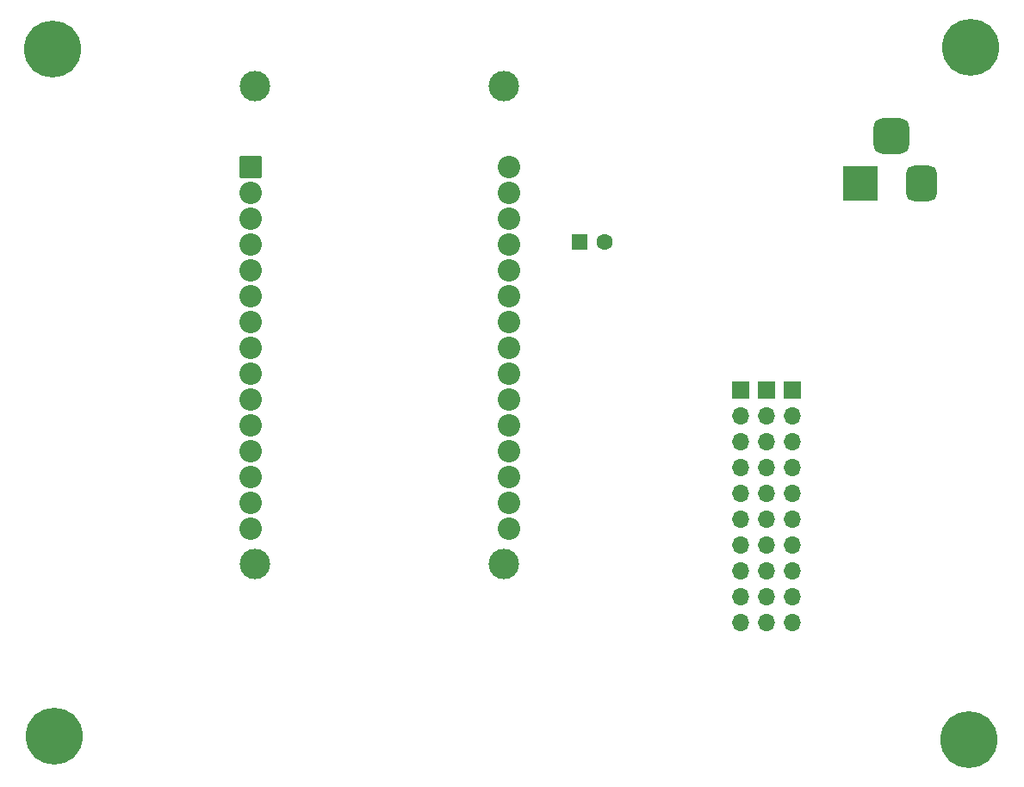
<source format=gbr>
%TF.GenerationSoftware,KiCad,Pcbnew,7.0.8*%
%TF.CreationDate,2023-11-09T16:50:50-05:00*%
%TF.ProjectId,proyecto final,70726f79-6563-4746-9f20-66696e616c2e,1.0*%
%TF.SameCoordinates,Original*%
%TF.FileFunction,Soldermask,Bot*%
%TF.FilePolarity,Negative*%
%FSLAX46Y46*%
G04 Gerber Fmt 4.6, Leading zero omitted, Abs format (unit mm)*
G04 Created by KiCad (PCBNEW 7.0.8) date 2023-11-09 16:50:50*
%MOMM*%
%LPD*%
G01*
G04 APERTURE LIST*
G04 Aperture macros list*
%AMRoundRect*
0 Rectangle with rounded corners*
0 $1 Rounding radius*
0 $2 $3 $4 $5 $6 $7 $8 $9 X,Y pos of 4 corners*
0 Add a 4 corners polygon primitive as box body*
4,1,4,$2,$3,$4,$5,$6,$7,$8,$9,$2,$3,0*
0 Add four circle primitives for the rounded corners*
1,1,$1+$1,$2,$3*
1,1,$1+$1,$4,$5*
1,1,$1+$1,$6,$7*
1,1,$1+$1,$8,$9*
0 Add four rect primitives between the rounded corners*
20,1,$1+$1,$2,$3,$4,$5,0*
20,1,$1+$1,$4,$5,$6,$7,0*
20,1,$1+$1,$6,$7,$8,$9,0*
20,1,$1+$1,$8,$9,$2,$3,0*%
G04 Aperture macros list end*
%ADD10R,1.600000X1.600000*%
%ADD11C,1.600000*%
%ADD12C,5.600000*%
%ADD13O,1.700000X1.700000*%
%ADD14R,1.700000X1.700000*%
%ADD15C,3.000000*%
%ADD16RoundRect,0.102000X-1.000000X-1.000000X1.000000X-1.000000X1.000000X1.000000X-1.000000X1.000000X0*%
%ADD17C,2.204000*%
%ADD18R,3.500000X3.500000*%
%ADD19RoundRect,0.750000X0.750000X1.000000X-0.750000X1.000000X-0.750000X-1.000000X0.750000X-1.000000X0*%
%ADD20RoundRect,0.875000X0.875000X0.875000X-0.875000X0.875000X-0.875000X-0.875000X0.875000X-0.875000X0*%
G04 APERTURE END LIST*
D10*
%TO.C,C1*%
X165065000Y-51125000D03*
D11*
X167565000Y-51125000D03*
%TD*%
D12*
%TO.C,REF\u002A\u002A*%
X113300000Y-32200000D03*
%TD*%
D13*
%TO.C,Servos*%
X180940000Y-88590000D03*
X180940000Y-86050000D03*
X180940000Y-83510000D03*
X180940000Y-80970000D03*
X180940000Y-78430000D03*
X180940000Y-75890000D03*
X180940000Y-73350000D03*
X180940000Y-70810000D03*
X180940000Y-68270000D03*
D14*
X180940000Y-65730000D03*
%TD*%
D13*
%TO.C,Energ\u00EDa*%
X183480000Y-88590000D03*
X183480000Y-86050000D03*
X183480000Y-83510000D03*
X183480000Y-80970000D03*
X183480000Y-78430000D03*
X183480000Y-75890000D03*
X183480000Y-73350000D03*
X183480000Y-70810000D03*
X183480000Y-68270000D03*
D14*
X183480000Y-65730000D03*
%TD*%
D12*
%TO.C,*%
X113450000Y-99750000D03*
%TD*%
D15*
%TO.C,ESP32 WROOM 32*%
X133160000Y-35855000D03*
X133160000Y-82805000D03*
X157670000Y-35855000D03*
X157670000Y-82805000D03*
D16*
X132740000Y-43815000D03*
D17*
X132740000Y-46355000D03*
X132740000Y-48895000D03*
X132740000Y-51435000D03*
X132740000Y-53975000D03*
X132740000Y-56515000D03*
X132740000Y-59055000D03*
X132740000Y-61595000D03*
X132740000Y-64135000D03*
X132740000Y-66675000D03*
X132740000Y-69215000D03*
X132740000Y-71755000D03*
X132740000Y-74295000D03*
X132740000Y-76835000D03*
X132740000Y-79375000D03*
X158140000Y-79375000D03*
X158140000Y-76835000D03*
X158140000Y-74295000D03*
X158140000Y-71755000D03*
X158140000Y-69215000D03*
X158140000Y-66675000D03*
X158140000Y-64135000D03*
X158140000Y-61595000D03*
X158140000Y-59055000D03*
X158140000Y-56515000D03*
X158140000Y-53975000D03*
X158140000Y-51435000D03*
X158140000Y-48895000D03*
X158140000Y-46355000D03*
X158140000Y-43815000D03*
%TD*%
D18*
%TO.C,jack1*%
X192720000Y-45410000D03*
D19*
X198720000Y-45410000D03*
D20*
X195720000Y-40710000D03*
%TD*%
D13*
%TO.C,Tierra*%
X186020000Y-88590000D03*
X186020000Y-86050000D03*
X186020000Y-83510000D03*
X186020000Y-80970000D03*
X186020000Y-78430000D03*
X186020000Y-75890000D03*
X186020000Y-73350000D03*
X186020000Y-70810000D03*
X186020000Y-68270000D03*
D14*
X186020000Y-65730000D03*
%TD*%
D12*
%TO.C,*%
X203350000Y-100100000D03*
%TD*%
%TO.C,*%
X203550000Y-32000000D03*
%TD*%
M02*

</source>
